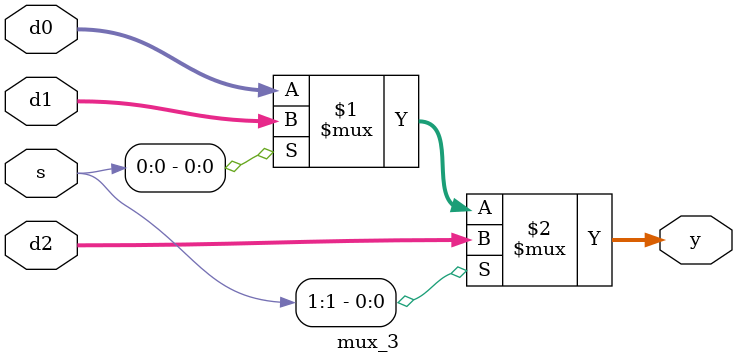
<source format=sv>
module mux_3 
#(parameter WIDTH = 8)
(
    input   logic   [WIDTH-1:0] d0, d1, d2,
    input   logic   [1:0]       s,
    output  logic   [WIDTH-1:0] y
);

assign y = s[1] ? d2 : (s[0] ? d1 : d0);

endmodule

</source>
